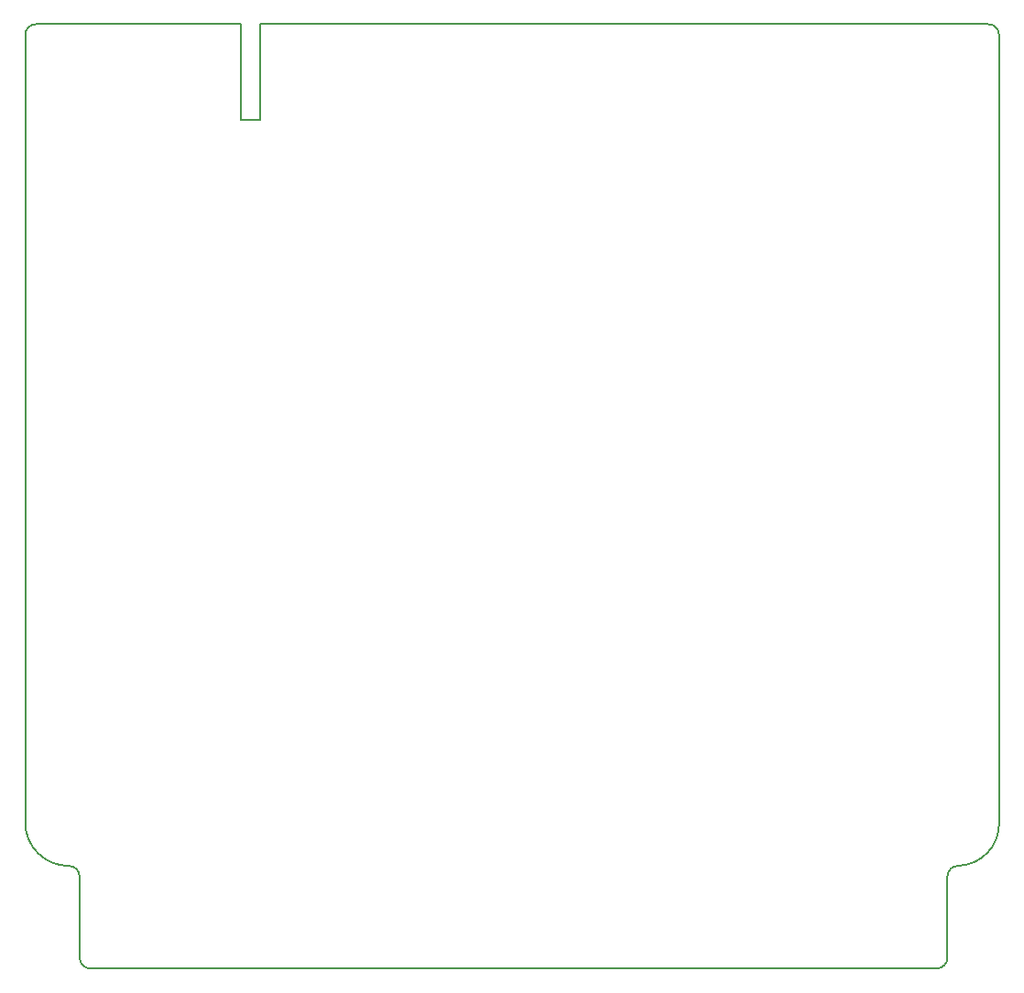
<source format=gbr>
%TF.GenerationSoftware,KiCad,Pcbnew,8.0.0*%
%TF.CreationDate,2024-02-29T19:57:34+01:00*%
%TF.ProjectId,ZX Spectrum_ BUS Expander,5a582053-7065-4637-9472-756d2c204255,rev?*%
%TF.SameCoordinates,Original*%
%TF.FileFunction,Profile,NP*%
%FSLAX46Y46*%
G04 Gerber Fmt 4.6, Leading zero omitted, Abs format (unit mm)*
G04 Created by KiCad (PCBNEW 8.0.0) date 2024-02-29 19:57:34*
%MOMM*%
%LPD*%
G01*
G04 APERTURE LIST*
%TA.AperFunction,Profile*%
%ADD10C,0.150000*%
%TD*%
G04 APERTURE END LIST*
D10*
X94818200Y-125549000D02*
X94818200Y-52675507D01*
X99845200Y-138049000D02*
X99845200Y-130549000D01*
X116528200Y-51689000D02*
X183845200Y-51689000D01*
X116528200Y-60579000D02*
X116528200Y-51689000D01*
X183845200Y-51689000D02*
G75*
G02*
X184845200Y-52689000I0J-1000000D01*
G01*
X98845200Y-129549000D02*
G75*
G02*
X99845200Y-130549000I0J-1000000D01*
G01*
X95804707Y-51689000D02*
X114750200Y-51689000D01*
X179067573Y-139040000D02*
X100845200Y-139049000D01*
X180067573Y-138040000D02*
G75*
G02*
X179067573Y-139039973I-999973J0D01*
G01*
X98845200Y-129548999D02*
G75*
G02*
X94818201Y-125549000I-13500J4013499D01*
G01*
X184845200Y-52689000D02*
X184845200Y-125540000D01*
X100845200Y-139049000D02*
G75*
G02*
X99845200Y-138049000I0J1000000D01*
G01*
X184845199Y-125540000D02*
G75*
G02*
X181067573Y-129540000I-3888799J-111200D01*
G01*
X114750200Y-51689000D02*
X114750200Y-60579000D01*
X94818200Y-52675507D02*
G75*
G02*
X95804707Y-51689000I986500J7D01*
G01*
X114750200Y-60579000D02*
X116528200Y-60579000D01*
X180067573Y-130540000D02*
X180067573Y-138040000D01*
X180067573Y-130540000D02*
G75*
G02*
X181067573Y-129539973I1000027J0D01*
G01*
M02*

</source>
